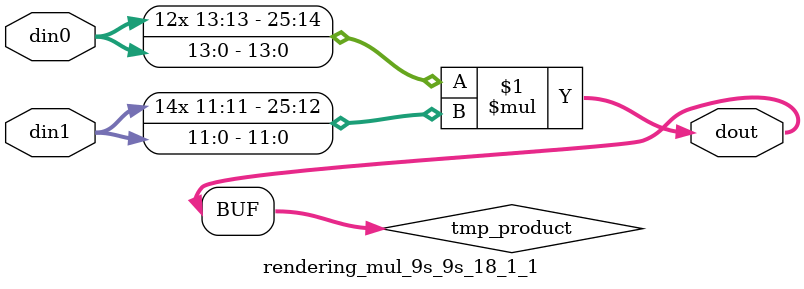
<source format=v>

`timescale 1 ns / 1 ps

  module rendering_mul_9s_9s_18_1_1(din0, din1, dout);
parameter ID = 1;
parameter NUM_STAGE = 0;
parameter din0_WIDTH = 14;
parameter din1_WIDTH = 12;
parameter dout_WIDTH = 26;

input [din0_WIDTH - 1 : 0] din0; 
input [din1_WIDTH - 1 : 0] din1; 
output [dout_WIDTH - 1 : 0] dout;

wire signed [dout_WIDTH - 1 : 0] tmp_product;













assign tmp_product = $signed(din0) * $signed(din1);








assign dout = tmp_product;







endmodule

</source>
